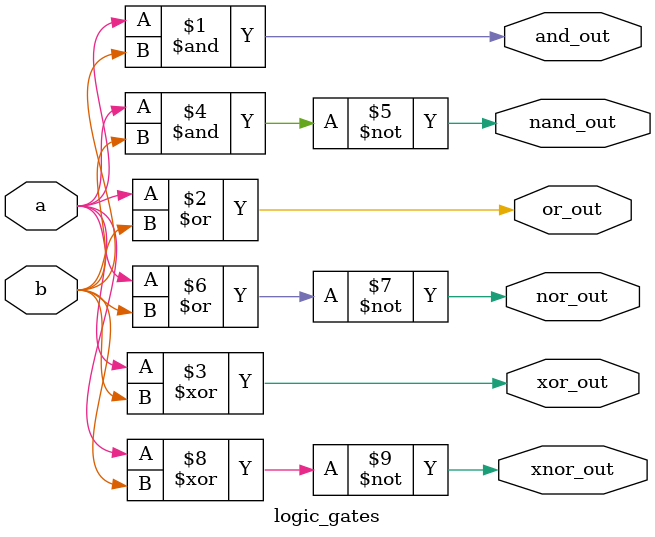
<source format=v>
module logic_gates(
    input a,
    input b,
    output and_out,
    output or_out,
    output xor_out,
    output nand_out,
    output nor_out,
    output xnor_out
);
    assign and_out = a & b;
    assign or_out = a | b;
    assign xor_out = a ^ b;
    assign nand_out = ~(a & b);
    assign nor_out = ~(a | b);
    assign xnor_out = ~(a ^ b);
endmodule

</source>
